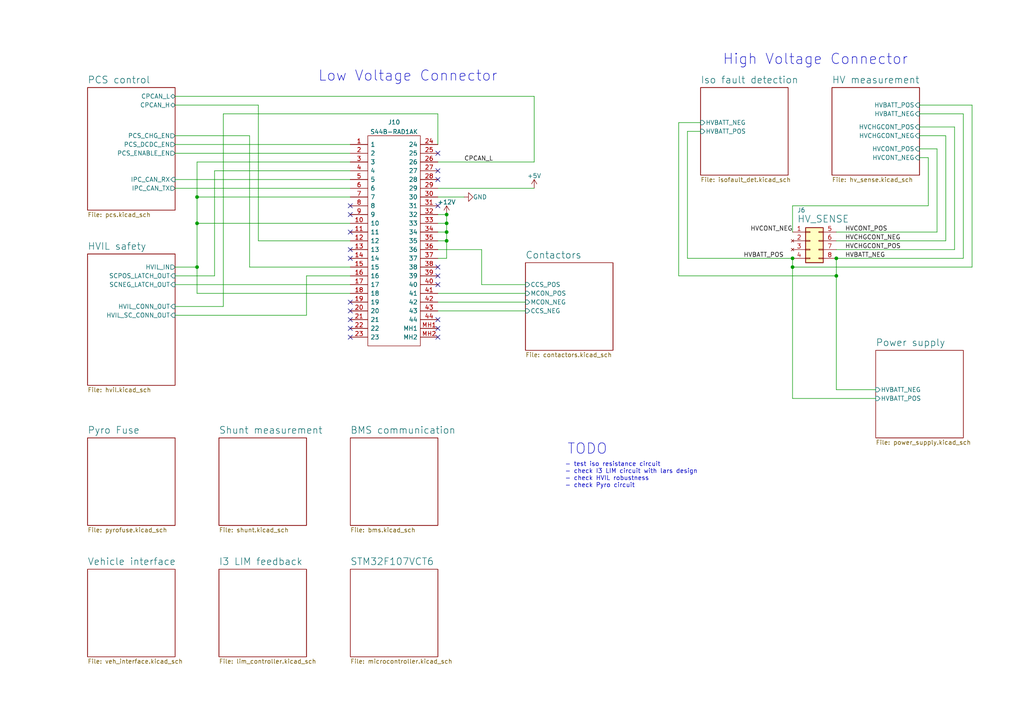
<source format=kicad_sch>
(kicad_sch (version 20230121) (generator eeschema)
  (paper "A4")
  (title_block (title "Tesla Model 3 Battery Controller") (date "2022-03-23") (rev "v0.3") (company "Wim Boone"))
  (lib_symbols
    (symbol "Connector_Generic:Conn_02x04_Top_Bottom" (pin_names (offset 1.016) hide)
      (property "Reference" "J6" (at -2.54 8.89 0))
      (property "Value" "HV_SENSE" (at 3.81 6.35 0))
      (symbol "Conn_02x04_Top_Bottom_1_1"
        (rectangle (start -1.27 -4.953) (end 0 -5.207) (stroke (width 0.1524)))
        (rectangle (start -1.27 -2.413) (end 0 -2.667) (stroke (width 0.1524)))
        (rectangle (start -1.27 0.127) (end 0 -0.127) (stroke (width 0.1524)))
        (rectangle (start -1.27 2.667) (end 0 2.413) (stroke (width 0.1524)))
        (rectangle (start -1.27 3.81) (end 3.81 -6.35) (stroke (width 0.254)) (fill (type background)))
        (rectangle (start 3.81 -4.953) (end 2.54 -5.207) (stroke (width 0.1524)))
        (rectangle (start 3.81 -2.413) (end 2.54 -2.667) (stroke (width 0.1524)))
        (rectangle (start 3.81 0.127) (end 2.54 -0.127) (stroke (width 0.1524)))
        (rectangle (start 3.81 2.667) (end 2.54 2.413) (stroke (width 0.1524)))
        (pin power_out line (at -5.08 2.54 0) (length 3.81) (name "Pin_1") (number "1"))
        (pin no_connect line (at -5.08 0 0) (length 3.81) (name "Pin_2") (number "2"))
        (pin no_connect line (at -5.08 -2.54 0) (length 3.81) (name "Pin_3") (number "3"))
        (pin power_out line (at -5.08 -5.08 0) (length 3.81) (name "Pin_4") (number "4"))
        (pin power_out line (at 7.62 2.54 180) (length 3.81) (name "Pin_5") (number "5"))
        (pin power_out line (at 7.62 0 180) (length 3.81) (name "Pin_6") (number "6"))
        (pin power_out line (at 7.62 -2.54 180) (length 3.81) (name "Pin_7") (number "7"))
        (pin power_out line (at 7.62 -5.08 180) (length 3.81) (name "Pin_8") (number "8"))
      )
    )
    (symbol "SamacSys_Parts_new:S44B-RAD1AK" (pin_names (offset 0.762))
      (property "Reference" "J" (at 21.59 7.62 0))
      (property "Value" "S44B-RAD1AK" (at 21.59 5.08 0))
      (symbol "S44B-RAD1AK_0_0"
        (pin passive line (at 0 0 0) (length 5.08) (name "1") (number "1"))
        (pin passive line (at 0 -22.86 0) (length 5.08) (name "10") (number "10"))
        (pin passive line (at 0 -25.4 0) (length 5.08) (name "11") (number "11"))
        (pin passive line (at 0 -27.94 0) (length 5.08) (name "12") (number "12"))
        (pin passive line (at 0 -30.48 0) (length 5.08) (name "13") (number "13"))
        (pin passive line (at 0 -33.02 0) (length 5.08) (name "14") (number "14"))
        (pin passive line (at 0 -35.56 0) (length 5.08) (name "15") (number "15"))
        (pin passive line (at 0 -38.1 0) (length 5.08) (name "16") (number "16"))
        (pin passive line (at 0 -40.64 0) (length 5.08) (name "17") (number "17"))
        (pin passive line (at 0 -43.18 0) (length 5.08) (name "18") (number "18"))
        (pin passive line (at 0 -45.72 0) (length 5.08) (name "19") (number "19"))
        (pin passive line (at 0 -2.54 0) (length 5.08) (name "2") (number "2"))
        (pin passive line (at 0 -48.26 0) (length 5.08) (name "20") (number "20"))
        (pin passive line (at 0 -50.8 0) (length 5.08) (name "21") (number "21"))
        (pin passive line (at 0 -53.34 0) (length 5.08) (name "22") (number "22"))
        (pin passive line (at 0 -55.88 0) (length 5.08) (name "23") (number "23"))
        (pin passive line (at 25.4 0 180) (length 5.08) (name "24") (number "24"))
        (pin passive line (at 25.4 -2.54 180) (length 5.08) (name "25") (number "25"))
        (pin passive line (at 25.4 -5.08 180) (length 5.08) (name "26") (number "26"))
        (pin passive line (at 25.4 -7.62 180) (length 5.08) (name "27") (number "27"))
        (pin passive line (at 25.4 -10.16 180) (length 5.08) (name "28") (number "28"))
        (pin passive line (at 25.4 -12.7 180) (length 5.08) (name "29") (number "29"))
        (pin passive line (at 0 -5.08 0) (length 5.08) (name "3") (number "3"))
        (pin passive line (at 25.4 -15.24 180) (length 5.08) (name "30") (number "30"))
        (pin passive line (at 25.4 -17.78 180) (length 5.08) (name "31") (number "31"))
        (pin passive line (at 25.4 -20.32 180) (length 5.08) (name "32") (number "32"))
        (pin passive line (at 25.4 -22.86 180) (length 5.08) (name "33") (number "33"))
        (pin passive line (at 25.4 -25.4 180) (length 5.08) (name "34") (number "34"))
        (pin passive line (at 25.4 -27.94 180) (length 5.08) (name "35") (number "35"))
        (pin passive line (at 25.4 -30.48 180) (length 5.08) (name "36") (number "36"))
        (pin passive line (at 25.4 -33.02 180) (length 5.08) (name "37") (number "37"))
        (pin passive line (at 25.4 -35.56 180) (length 5.08) (name "38") (number "38"))
        (pin passive line (at 25.4 -38.1 180) (length 5.08) (name "39") (number "39"))
        (pin passive line (at 0 -7.62 0) (length 5.08) (name "4") (number "4"))
        (pin passive line (at 25.4 -40.64 180) (length 5.08) (name "40") (number "40"))
        (pin passive line (at 25.4 -43.18 180) (length 5.08) (name "41") (number "41"))
        (pin passive line (at 25.4 -45.72 180) (length 5.08) (name "42") (number "42"))
        (pin passive line (at 25.4 -48.26 180) (length 5.08) (name "43") (number "43"))
        (pin passive line (at 25.4 -50.8 180) (length 5.08) (name "44") (number "44"))
        (pin passive line (at 0 -10.16 0) (length 5.08) (name "5") (number "5"))
        (pin passive line (at 0 -12.7 0) (length 5.08) (name "6") (number "6"))
        (pin passive line (at 0 -15.24 0) (length 5.08) (name "7") (number "7"))
        (pin passive line (at 0 -17.78 0) (length 5.08) (name "8") (number "8"))
        (pin passive line (at 0 -20.32 0) (length 5.08) (name "9") (number "9"))
        (pin passive line (at 25.4 -53.34 180) (length 5.08) (name "MH1") (number "MH1"))
        (pin passive line (at 25.4 -55.88 180) (length 5.08) (name "MH2") (number "MH2"))
      )
      (symbol "S44B-RAD1AK_0_1"
        (polyline (pts (xy 5.08 2.54) (xy 20.32 2.54) (xy 20.32 -58.42) (xy 5.08 -58.42) (xy 5.08 2.54)) (stroke (width 0.1524)))
      )
    )
    (symbol "power:+12V" (power) (pin_names (offset 0))
      (property "Value" "+12V" (at 0 3.556 0))
      (symbol "+12V_0_1"
        (polyline (pts (xy -0.762 1.27) (xy 0 2.54)))
        (polyline (pts (xy 0 0) (xy 0 2.54)))
        (polyline (pts (xy 0 2.54) (xy 0.762 1.27)))
      )
      (symbol "+12V_1_1"
        (pin power_in line (at 0 0 90) (length 0) hide (name "+12V") (number "1"))
      )
    )
    (symbol "power:+5V" (power) (pin_names (offset 0))
      (property "Value" "+5V" (at 0 3.556 0))
      (symbol "+5V_0_1"
        (polyline (pts (xy -0.762 1.27) (xy 0 2.54)))
        (polyline (pts (xy 0 0) (xy 0 2.54)))
        (polyline (pts (xy 0 2.54) (xy 0.762 1.27)))
      )
      (symbol "+5V_1_1"
        (pin power_in line (at 0 0 90) (length 0) hide (name "+5V") (number "1"))
      )
    )
    (symbol "power:GND" (power) (pin_names (offset 0))
      (property "Value" "GND" (at 0 -3.81 0))
      (symbol "GND_0_1"
        (polyline (pts (xy 0 0) (xy 0 -1.27) (xy 1.27 -1.27) (xy 0 -2.54) (xy -1.27 -1.27) (xy 0 -1.27)))
      )
      (symbol "GND_1_1"
        (pin power_in line (at 0 0 270) (length 0) hide (name "GND") (number "1"))
      )
    )
  )
  (junction (at 229.87 74.93))
  (junction (at 57.15 64.77))
  (junction (at 129.54 62.23))
  (junction (at 229.87 77.47))
  (junction (at 57.15 77.47))
  (junction (at 129.54 64.77))
  (junction (at 57.15 57.15))
  (junction (at 242.57 80.01))
  (junction (at 129.54 69.85))
  (junction (at 242.57 74.93))
  (junction (at 129.54 67.31))
  (no_connect (at 101.6 67.31))
  (no_connect (at 101.6 72.39))
  (no_connect (at 101.6 74.93))
  (no_connect (at 127 92.71))
  (no_connect (at 101.6 62.23))
  (no_connect (at 101.6 59.69))
  (no_connect (at 101.6 90.17))
  (no_connect (at 101.6 92.71))
  (no_connect (at 101.6 95.25))
  (no_connect (at 101.6 97.79))
  (no_connect (at 127 49.53))
  (no_connect (at 127 44.45))
  (no_connect (at 127 52.07))
  (no_connect (at 127 59.69))
  (no_connect (at 127 77.47))
  (no_connect (at 127 80.01))
  (no_connect (at 127 82.55))
  (no_connect (at 101.6 87.63))
  (no_connect (at 127 95.25))
  (no_connect (at 127 97.79))
  (wire (pts (xy 88.9 80.01) (xy 101.6 80.01)))
  (wire (pts (xy 281.94 77.47) (xy 229.87 77.47)))
  (wire (pts (xy 129.54 74.93) (xy 129.54 69.85)))
  (wire (pts (xy 229.87 77.47) (xy 229.87 74.93)))
  (wire (pts (xy 242.57 72.39) (xy 276.86 72.39)))
  (wire (pts (xy 50.8 80.01) (xy 62.23 80.01)))
  (wire (pts (xy 242.57 74.93) (xy 279.4 74.93)))
  (wire (pts (xy 50.8 27.94) (xy 154.94 27.94)))
  (wire (pts (xy 266.7 39.37) (xy 274.32 39.37)))
  (wire (pts (xy 57.15 46.99) (xy 101.6 46.99)))
  (wire (pts (xy 50.8 91.44) (xy 88.9 91.44)))
  (wire (pts (xy 50.8 52.07) (xy 101.6 52.07)))
  (wire (pts (xy 72.39 39.37) (xy 72.39 77.47)))
  (wire (pts (xy 279.4 33.02) (xy 279.4 74.93)))
  (wire (pts (xy 134.62 57.15) (xy 127 57.15)))
  (wire (pts (xy 127 67.31) (xy 129.54 67.31)))
  (wire (pts (xy 62.23 49.53) (xy 101.6 49.53)))
  (wire (pts (xy 276.86 36.83) (xy 276.86 72.39)))
  (wire (pts (xy 127 46.99) (xy 154.94 46.99)))
  (wire (pts (xy 203.2 35.56) (xy 196.85 35.56)))
  (wire (pts (xy 254 113.03) (xy 242.57 113.03)))
  (wire (pts (xy 101.6 85.09) (xy 57.15 85.09)))
  (wire (pts (xy 199.39 38.1) (xy 199.39 74.93)))
  (wire (pts (xy 266.7 30.48) (xy 281.94 30.48)))
  (wire (pts (xy 129.54 62.23) (xy 127 62.23)))
  (wire (pts (xy 242.57 113.03) (xy 242.57 80.01)))
  (wire (pts (xy 127 74.93) (xy 129.54 74.93)))
  (wire (pts (xy 127 64.77) (xy 129.54 64.77)))
  (wire (pts (xy 139.7 82.55) (xy 139.7 72.39)))
  (wire (pts (xy 64.77 33.02) (xy 127 33.02)))
  (wire (pts (xy 50.8 44.45) (xy 101.6 44.45)))
  (wire (pts (xy 127 90.17) (xy 152.4 90.17)))
  (wire (pts (xy 50.8 41.91) (xy 101.6 41.91)))
  (wire (pts (xy 127 69.85) (xy 129.54 69.85)))
  (wire (pts (xy 229.87 115.57) (xy 229.87 77.47)))
  (wire (pts (xy 154.94 27.94) (xy 154.94 46.99)))
  (wire (pts (xy 229.87 59.69) (xy 229.87 67.31)))
  (wire (pts (xy 129.54 69.85) (xy 129.54 67.31)))
  (wire (pts (xy 274.32 39.37) (xy 274.32 69.85)))
  (wire (pts (xy 242.57 80.01) (xy 242.57 74.93)))
  (wire (pts (xy 242.57 67.31) (xy 271.78 67.31)))
  (wire (pts (xy 88.9 91.44) (xy 88.9 80.01)))
  (wire (pts (xy 62.23 80.01) (xy 62.23 49.53)))
  (wire (pts (xy 266.7 36.83) (xy 276.86 36.83)))
  (wire (pts (xy 72.39 77.47) (xy 101.6 77.47)))
  (wire (pts (xy 57.15 46.99) (xy 57.15 57.15)))
  (wire (pts (xy 64.77 33.02) (xy 64.77 88.9)))
  (wire (pts (xy 127 87.63) (xy 152.4 87.63)))
  (wire (pts (xy 57.15 57.15) (xy 101.6 57.15)))
  (wire (pts (xy 57.15 64.77) (xy 57.15 77.47)))
  (wire (pts (xy 269.24 45.72) (xy 269.24 59.69)))
  (wire (pts (xy 152.4 82.55) (xy 139.7 82.55)))
  (wire (pts (xy 266.7 43.18) (xy 271.78 43.18)))
  (wire (pts (xy 50.8 82.55) (xy 101.6 82.55)))
  (wire (pts (xy 127 85.09) (xy 152.4 85.09)))
  (wire (pts (xy 50.8 54.61) (xy 101.6 54.61)))
  (wire (pts (xy 271.78 43.18) (xy 271.78 67.31)))
  (wire (pts (xy 57.15 77.47) (xy 57.15 85.09)))
  (wire (pts (xy 269.24 59.69) (xy 229.87 59.69)))
  (wire (pts (xy 127 72.39) (xy 139.7 72.39)))
  (wire (pts (xy 50.8 77.47) (xy 57.15 77.47)))
  (wire (pts (xy 203.2 38.1) (xy 199.39 38.1)))
  (wire (pts (xy 254 115.57) (xy 229.87 115.57)))
  (wire (pts (xy 266.7 45.72) (xy 269.24 45.72)))
  (wire (pts (xy 57.15 64.77) (xy 101.6 64.77)))
  (wire (pts (xy 266.7 33.02) (xy 279.4 33.02)))
  (wire (pts (xy 196.85 80.01) (xy 242.57 80.01)))
  (wire (pts (xy 57.15 57.15) (xy 57.15 64.77)))
  (wire (pts (xy 50.8 88.9) (xy 64.77 88.9)))
  (wire (pts (xy 129.54 64.77) (xy 129.54 67.31)))
  (wire (pts (xy 242.57 69.85) (xy 274.32 69.85)))
  (wire (pts (xy 281.94 30.48) (xy 281.94 77.47)))
  (wire (pts (xy 74.93 30.48) (xy 74.93 69.85)))
  (wire (pts (xy 127 54.61) (xy 154.94 54.61)))
  (wire (pts (xy 196.85 35.56) (xy 196.85 80.01)))
  (wire (pts (xy 127 33.02) (xy 127 41.91)))
  (wire (pts (xy 199.39 74.93) (xy 229.87 74.93)))
  (wire (pts (xy 50.8 30.48) (xy 74.93 30.48)))
  (wire (pts (xy 74.93 69.85) (xy 101.6 69.85)))
  (wire (pts (xy 129.54 62.23) (xy 129.54 64.77)))
  (wire (pts (xy 50.8 39.37) (xy 72.39 39.37)))
  (text "TODO" (at 164.465 132.08 0) (effects (font (size 3 3)) (justify left bottom)))
  (text "High Voltage Connector" (at 209.55 19.05 0) (effects (font (size 3 3)) (justify left bottom)))
  (text "Low Voltage Connector" (at 92.202 23.876 0) (effects (font (size 3 3)) (justify left bottom)))
  (text "- test iso resistance circuit\n- check I3 LIM circuit with lars design\n- check HVIL robustness\n- check Pyro circuit" (at 163.83 141.605 0) (effects (font (size 1.27 1.27)) (justify left bottom)))
  (label "HVBATT_NEG" (at 245.11 74.93 0))
  (label "HVCHGCONT_POS" (at 245.11 72.39 0))
  (label "HVCHGCONT_NEG" (at 245.11 69.85 0))
  (label "HVCONT_NEG" (at 229.87 67.31 180))
  (label "CPCAN_L" (at 134.62 46.99 0))
  (label "HVBATT_POS" (at 227.33 74.93 180))
  (label "HVCONT_POS" (at 245.11 67.31 0))
  (symbol (lib_id "Connector_Generic:Conn_02x04_Top_Bottom") (at 234.95 69.85 0) (unit 1)
    (property "Reference" "J6" (at 232.41 60.96 0))
    (property "Value" "HV_SENSE" (at 238.76 63.5 0) (effects (font (size 2 2))))
    (property "Footprint" "Connector_Molex:Molex_Mini-Fit_Jr_5569-08A2_2x04_P4.20mm_Horizontal" (effects hide))
  )
  (symbol (lib_id "SamacSys_Parts_new:S44B-RAD1AK") (at 101.6 41.91 0) (unit 1)
    (property "Reference" "J10" (at 114.3 35.4543 0))
    (property "Value" "S44B-RAD1AK" (at 114.3 38.2294 0))
    (property "Footprint" "S44BRAD1AK" (effects hide))
    (property "Datasheet" "http://www.jst-mfg.com/product/pdf/eng/eRAD.pdf" (effects hide))
    (property "Description" "Automotive Connectors 44CIR MALE HDR 0" (effects hide))
    (property "Height" "37.3" (effects hide))
    (property "Manufacturer_Name" "JST (JAPAN SOLDERLESS TERMINALS)" (effects hide))
    (property "Manufacturer_Part_Number" "S44B-RAD1AK" (effects hide))
    (property "Mouser Part Number" "306-S44B-RAD1AK" (effects hide))
    (property "Mouser Price/Stock" "https://www.mouser.co.uk/ProductDetail/JST-Automotive/S44B-RAD1AK?qs=XoGB3caz5%2FZlJTl6YwpJgQ%3D%3D" (effects hide))
  )
  (symbol (lib_id "power:+12V") (at 129.54 62.23 0) (unit 1)
    (property "Reference" "#PWR0233" (effects hide))
    (property "Value" "+12V" (at 129.54 58.6255 0))
  )
  (symbol (lib_id "power:GND") (at 134.62 57.15 90) (unit 1)
    (property "Reference" "#PWR0255" (effects hide))
    (property "Value" "GND" (at 137.16 57.15 90) (effects (justify right)))
  )
  (symbol (lib_id "power:+5V") (at 154.94 54.61 0) (unit 1)
    (property "Reference" "#PWR0254" (effects hide))
    (property "Value" "+5V" (at 154.94 51.0055 0))
  )
  (sheet (at 63.5 127) (size 25.4 25.4) (stroke (width 0.1524))
    (property "Sheetname" "Shunt measurement" (at 63.5 125.9234 0) (effects (font (size 2 2)) (justify left bottom)))
    (property "Sheetfile" "shunt.kicad_sch" (at 63.5 152.9846 0) (effects (justify left top)))
  )
  (sheet (at 241.3 25.4) (size 25.4 25.4) (stroke (width 0.1524))
    (property "Sheetname" "HV measurement" (at 241.3 24.3234 0) (effects (font (size 2 2)) (justify left bottom)))
    (property "Sheetfile" "hv_sense.kicad_sch" (at 241.3 51.3846 0) (effects (justify left top)))
    (pin "HVCONT_NEG" input (at 266.7 45.72 0))
    (pin "HVCONT_POS" input (at 266.7 43.18 0))
    (pin "HVBATT_NEG" input (at 266.7 33.02 0))
    (pin "HVBATT_POS" input (at 266.7 30.48 0))
    (pin "HVCHGCONT_NEG" input (at 266.7 39.37 0))
    (pin "HVCHGCONT_POS" input (at 266.7 36.83 0))
  )
  (sheet (at 63.5 165.1) (size 25.4 25.4) (stroke (width 0.1524))
    (property "Sheetname" "I3 LIM feedback" (at 63.5 164.0234 0) (effects (font (size 2 2)) (justify left bottom)))
    (property "Sheetfile" "lim_controller.kicad_sch" (at 63.5 191.0846 0) (effects (justify left top)))
  )
  (sheet (at 25.4 127) (size 25.4 25.4) (stroke (width 0.1524))
    (property "Sheetname" "Pyro Fuse" (at 25.4 125.9234 0) (effects (font (size 2 2)) (justify left bottom)))
    (property "Sheetfile" "pyrofuse.kicad_sch" (at 25.4 152.9846 0) (effects (justify left top)))
  )
  (sheet (at 25.4 25.4) (size 25.4 35.56) (stroke (width 0.1524))
    (property "Sheetname" "PCS control" (at 25.4 24.3234 0) (effects (font (size 2 2)) (justify left bottom)))
    (property "Sheetfile" "pcs.kicad_sch" (at 25.4 61.5446 0) (effects (justify left top)))
    (pin "CPCAN_H" bidirectional (at 50.8 30.48 0))
    (pin "CPCAN_L" bidirectional (at 50.8 27.94 0))
    (pin "IPC_CAN_RX" input (at 50.8 52.07 0))
    (pin "IPC_CAN_TX" output (at 50.8 54.61 0))
    (pin "PCS_DCDC_EN" output (at 50.8 41.91 0))
    (pin "PCS_CHG_EN" output (at 50.8 39.37 0))
    (pin "PCS_ENABLE_EN" output (at 50.8 44.45 0))
  )
  (sheet (at 101.6 165.1) (size 25.4 25.4) (stroke (width 0.1524))
    (property "Sheetname" "STM32F107VCT6" (at 101.6 164.0234 0) (effects (font (size 2 2)) (justify left bottom)))
    (property "Sheetfile" "microcontroller.kicad_sch" (at 101.6 191.0846 0) (effects (justify left top)))
  )
  (sheet (at 101.6 127) (size 25.4 25.4) (stroke (width 0.1524))
    (property "Sheetname" "BMS communication" (at 101.6 125.9234 0) (effects (font (size 2 2)) (justify left bottom)))
    (property "Sheetfile" "bms.kicad_sch" (at 101.6 152.9846 0) (effects (justify left top)))
  )
  (sheet (at 25.4 73.66) (size 25.4 38.1) (stroke (width 0.1524))
    (property "Sheetname" "HVIL safety" (at 25.4 72.5834 0) (effects (font (size 2 2)) (justify left bottom)))
    (property "Sheetfile" "hvil.kicad_sch" (at 25.4 112.3446 0) (effects (justify left top)))
    (pin "SCPOS_LATCH_OUT" input (at 50.8 80.01 0))
    (pin "HVIL_SC_CONN_OUT" input (at 50.8 91.44 0))
    (pin "HVIL_CONN_OUT" input (at 50.8 88.9 0))
    (pin "SCNEG_LATCH_OUT" input (at 50.8 82.55 0))
    (pin "HVIL_IN" output (at 50.8 77.47 0))
  )
  (sheet (at 152.4 76.2) (size 25.4 25.4) (stroke (width 0.1524))
    (property "Sheetname" "Contactors" (at 152.4 75.1234 0) (effects (font (size 2 2)) (justify left bottom)))
    (property "Sheetfile" "contactors.kicad_sch" (at 152.4 102.1846 0) (effects (justify left top)))
    (pin "MCON_POS" input (at 152.4 85.09 180))
    (pin "MCON_NEG" input (at 152.4 87.63 180))
    (pin "CCS_NEG" input (at 152.4 90.17 180))
    (pin "CCS_POS" input (at 152.4 82.55 180))
  )
  (sheet (at 254 101.6) (size 25.4 25.4) (stroke (width 0.1524))
    (property "Sheetname" "Power supply" (at 254 100.5234 0) (effects (font (size 2 2)) (justify left bottom)))
    (property "Sheetfile" "power_supply.kicad_sch" (at 254 127.5846 0) (effects (justify left top)))
    (pin "HVBATT_NEG" input (at 254 113.03 180))
    (pin "HVBATT_POS" input (at 254 115.57 180))
  )
  (sheet (at 25.4 165.1) (size 25.4 25.4) (stroke (width 0.1524))
    (property "Sheetname" "Vehicle interface" (at 25.4 164.0234 0) (effects (font (size 2 2)) (justify left bottom)))
    (property "Sheetfile" "veh_interface.kicad_sch" (at 25.4 191.0846 0) (effects (justify left top)))
  )
  (sheet (at 203.2 25.4) (size 25.4 25.4) (stroke (width 0.1524))
    (property "Sheetname" "Iso fault detection" (at 203.2 24.3234 0) (effects (font (size 2 2)) (justify left bottom)))
    (property "Sheetfile" "isofault_det.kicad_sch" (at 203.2 51.3846 0) (effects (justify left top)))
    (pin "HVBATT_POS" input (at 203.2 38.1 180))
    (pin "HVBATT_NEG" input (at 203.2 35.56 180))
  )
)
</source>
